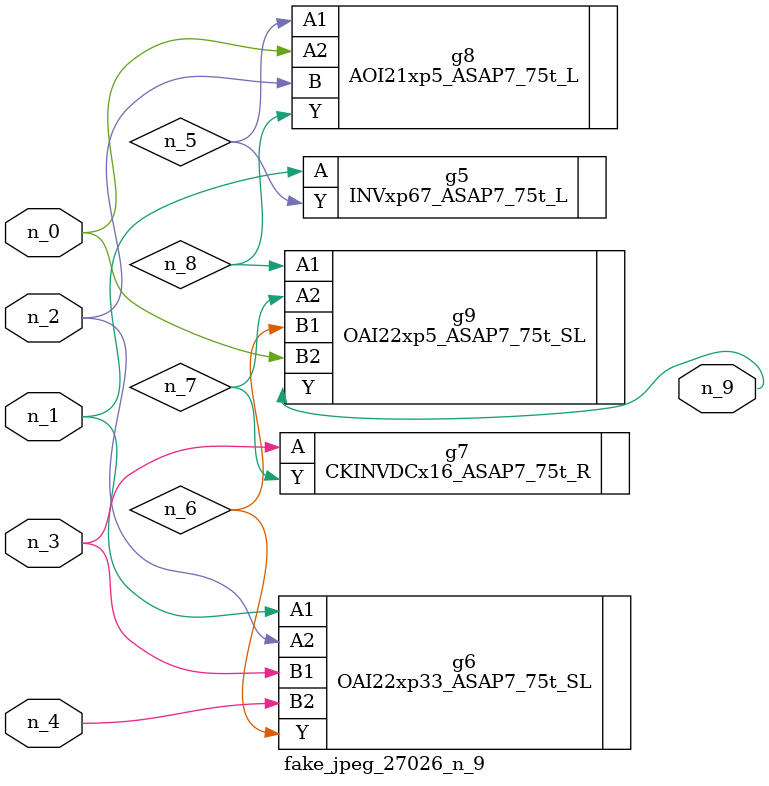
<source format=v>
module fake_jpeg_27026_n_9 (n_3, n_2, n_1, n_0, n_4, n_9);

input n_3;
input n_2;
input n_1;
input n_0;
input n_4;

output n_9;

wire n_8;
wire n_6;
wire n_5;
wire n_7;

INVxp67_ASAP7_75t_L g5 ( 
.A(n_1),
.Y(n_5)
);

OAI22xp33_ASAP7_75t_SL g6 ( 
.A1(n_1),
.A2(n_2),
.B1(n_3),
.B2(n_4),
.Y(n_6)
);

CKINVDCx16_ASAP7_75t_R g7 ( 
.A(n_3),
.Y(n_7)
);

AOI21xp5_ASAP7_75t_L g8 ( 
.A1(n_5),
.A2(n_0),
.B(n_2),
.Y(n_8)
);

OAI22xp5_ASAP7_75t_SL g9 ( 
.A1(n_8),
.A2(n_7),
.B1(n_6),
.B2(n_0),
.Y(n_9)
);


endmodule
</source>
